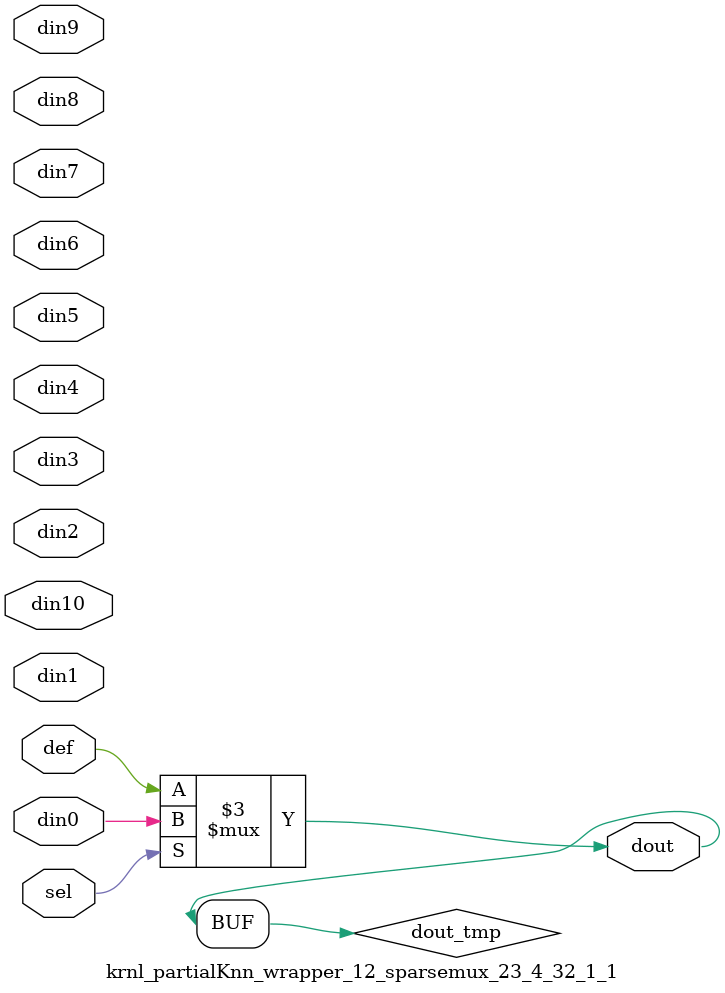
<source format=v>
`timescale 1ns / 1ps

module krnl_partialKnn_wrapper_12_sparsemux_23_4_32_1_1 (din0,din1,din2,din3,din4,din5,din6,din7,din8,din9,din10,def,sel,dout);

parameter din0_WIDTH = 1;

parameter din1_WIDTH = 1;

parameter din2_WIDTH = 1;

parameter din3_WIDTH = 1;

parameter din4_WIDTH = 1;

parameter din5_WIDTH = 1;

parameter din6_WIDTH = 1;

parameter din7_WIDTH = 1;

parameter din8_WIDTH = 1;

parameter din9_WIDTH = 1;

parameter din10_WIDTH = 1;

parameter def_WIDTH = 1;
parameter sel_WIDTH = 1;
parameter dout_WIDTH = 1;

parameter [sel_WIDTH-1:0] CASE0 = 1;

parameter [sel_WIDTH-1:0] CASE1 = 1;

parameter [sel_WIDTH-1:0] CASE2 = 1;

parameter [sel_WIDTH-1:0] CASE3 = 1;

parameter [sel_WIDTH-1:0] CASE4 = 1;

parameter [sel_WIDTH-1:0] CASE5 = 1;

parameter [sel_WIDTH-1:0] CASE6 = 1;

parameter [sel_WIDTH-1:0] CASE7 = 1;

parameter [sel_WIDTH-1:0] CASE8 = 1;

parameter [sel_WIDTH-1:0] CASE9 = 1;

parameter [sel_WIDTH-1:0] CASE10 = 1;

parameter ID = 1;
parameter NUM_STAGE = 1;



input [din0_WIDTH-1:0] din0;

input [din1_WIDTH-1:0] din1;

input [din2_WIDTH-1:0] din2;

input [din3_WIDTH-1:0] din3;

input [din4_WIDTH-1:0] din4;

input [din5_WIDTH-1:0] din5;

input [din6_WIDTH-1:0] din6;

input [din7_WIDTH-1:0] din7;

input [din8_WIDTH-1:0] din8;

input [din9_WIDTH-1:0] din9;

input [din10_WIDTH-1:0] din10;

input [def_WIDTH-1:0] def;
input [sel_WIDTH-1:0] sel;

output [dout_WIDTH-1:0] dout;



reg [dout_WIDTH-1:0] dout_tmp;

always @ (*) begin
case (sel)
    
    CASE0 : dout_tmp = din0;
    
    CASE1 : dout_tmp = din1;
    
    CASE2 : dout_tmp = din2;
    
    CASE3 : dout_tmp = din3;
    
    CASE4 : dout_tmp = din4;
    
    CASE5 : dout_tmp = din5;
    
    CASE6 : dout_tmp = din6;
    
    CASE7 : dout_tmp = din7;
    
    CASE8 : dout_tmp = din8;
    
    CASE9 : dout_tmp = din9;
    
    CASE10 : dout_tmp = din10;
    
    default : dout_tmp = def;
endcase
end


assign dout = dout_tmp;



endmodule

</source>
